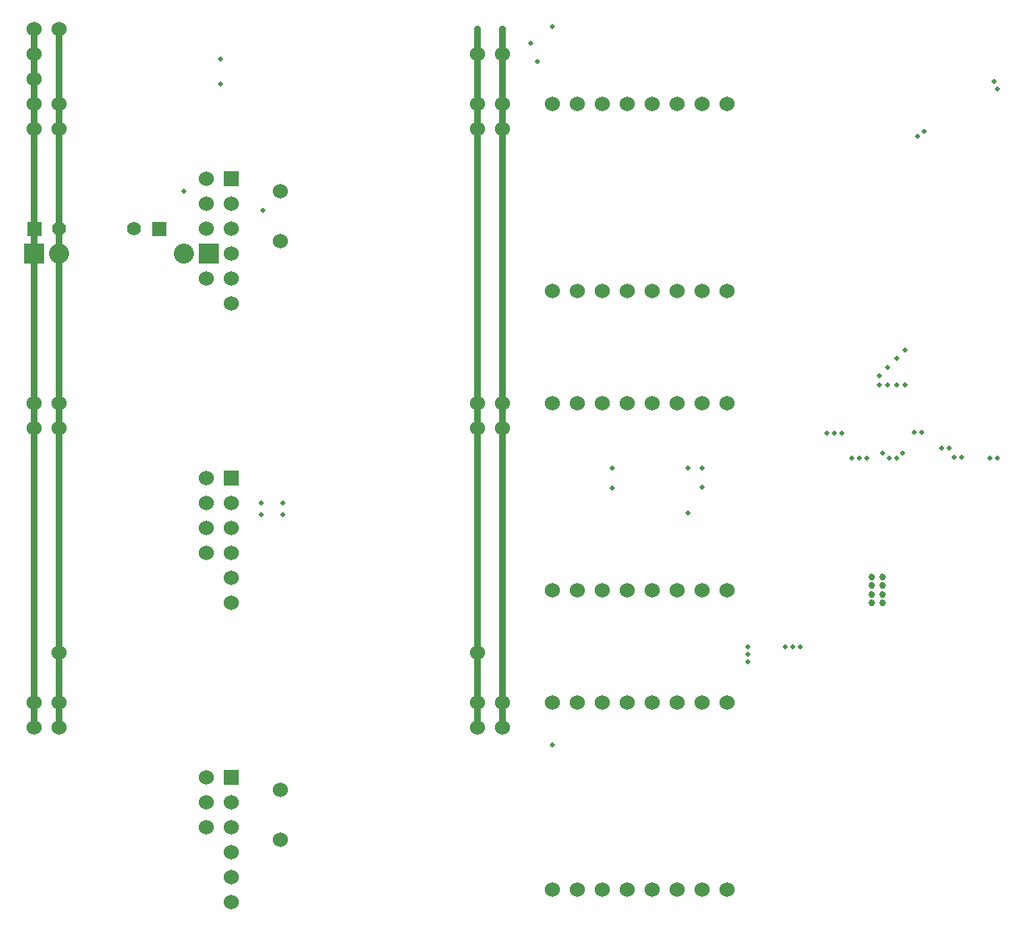
<source format=gbr>
G04 start of page 5 for group 3 idx 14 *
G04 Title: (unknown), exclude1 *
G04 Creator: pcb 4.2.0 *
G04 CreationDate: Mon Sep 28 02:31:23 2020 UTC *
G04 For: commonadmin *
G04 Format: Gerber/RS-274X *
G04 PCB-Dimensions (mil): 6000.00 7000.00 *
G04 PCB-Coordinate-Origin: lower left *
%MOIN*%
%FSLAX25Y25*%
%LNGROUP3*%
%ADD48C,0.0300*%
%ADD47C,0.0500*%
%ADD46C,0.0130*%
%ADD45C,0.0100*%
%ADD44C,0.0380*%
%ADD43C,0.0270*%
%ADD42C,0.0800*%
%ADD41C,0.0550*%
%ADD40C,0.0001*%
%ADD39C,0.0200*%
%ADD38C,0.0600*%
%ADD37C,0.0250*%
G54D37*X100000Y350000D02*Y100000D01*
X277500D02*Y380000D01*
X267500Y100000D02*Y380000D01*
X100000Y351000D02*Y380000D01*
X90000Y100000D02*Y380000D01*
G54D38*X367500Y155000D03*
X307500Y230000D03*
X317500D03*
X327500D03*
X337500D03*
X347500D03*
X357500D03*
X367500D03*
G54D39*X458499Y208500D03*
X438000Y210000D03*
X461500Y208500D03*
X473000Y208000D03*
X476000D03*
X453500Y212000D03*
X456500D03*
X442500Y218500D03*
X445500D03*
X430000Y210000D03*
X432500Y208000D03*
X435500D03*
X417500D03*
X420500D03*
X423500D03*
X407500Y218000D03*
X410500D03*
X413500D03*
G54D38*X327500Y155000D03*
X337500D03*
X347500D03*
X357500D03*
X297500D03*
X307500D03*
X317500D03*
X267500Y110000D03*
X277500D03*
X267500Y100000D03*
X277500D03*
X337500Y110000D03*
X327500D03*
X317500D03*
X307500D03*
X297500D03*
X367500D03*
X357500D03*
X347500D03*
X367500Y35000D03*
X357500D03*
X347500D03*
X337500D03*
X327500D03*
X317500D03*
X307500D03*
X297500D03*
X100000Y230000D03*
Y220000D03*
X90000D03*
Y230000D03*
Y110000D03*
Y100000D03*
X100000D03*
Y110000D03*
G54D40*G36*
X166000Y83000D02*Y77000D01*
X172000D01*
Y83000D01*
X166000D01*
G37*
G54D38*X169000Y70000D03*
Y60000D03*
Y50000D03*
Y40000D03*
Y30000D03*
X188500Y75000D03*
Y55000D03*
G54D40*G36*
X166000Y203000D02*Y197000D01*
X172000D01*
Y203000D01*
X166000D01*
G37*
G54D38*X169000Y190000D03*
Y180000D03*
Y170000D03*
Y160000D03*
Y150000D03*
G54D40*G36*
X166000Y323000D02*Y317000D01*
X172000D01*
Y323000D01*
X166000D01*
G37*
G54D38*X188500Y315000D03*
X169000Y310000D03*
Y300000D03*
X188500Y295000D03*
X169000Y290000D03*
G54D40*G36*
X156000Y294000D02*Y286000D01*
X164000D01*
Y294000D01*
X156000D01*
G37*
G54D38*X169000Y280000D03*
Y270000D03*
X90000Y350000D03*
Y340000D03*
X100000D03*
Y350000D03*
G54D40*G36*
X87250Y302750D02*Y297250D01*
X92750D01*
Y302750D01*
X87250D01*
G37*
G54D41*X130000Y300000D03*
G54D42*X100000Y290000D03*
G54D41*Y300000D03*
G54D40*G36*
X86000Y294000D02*Y286000D01*
X94000D01*
Y294000D01*
X86000D01*
G37*
G54D42*X150000Y290000D03*
G54D40*G36*
X137250Y302750D02*Y297250D01*
X142750D01*
Y302750D01*
X137250D01*
G37*
G54D38*X297500Y230000D03*
X277500D03*
Y220000D03*
X267500D03*
Y230000D03*
Y350000D03*
Y340000D03*
X277500D03*
Y350000D03*
X297500D03*
Y275000D03*
X367500D03*
Y350000D03*
X357500Y275000D03*
X347500D03*
X337500D03*
X327500D03*
X317500D03*
X307500D03*
X357500Y350000D03*
X347500D03*
X337500D03*
X327500D03*
X317500D03*
X307500D03*
X159000Y280000D03*
Y200000D03*
Y190000D03*
Y180000D03*
Y170000D03*
Y80000D03*
Y70000D03*
Y60000D03*
X100000Y130000D03*
X159000Y300000D03*
G54D39*X189500Y185500D03*
X181000D03*
X189500Y190000D03*
X181000D03*
G54D38*X159000Y320000D03*
Y310000D03*
G54D39*X164500Y368000D03*
Y358000D03*
G54D38*X277500Y370000D03*
G54D39*X291500Y367000D03*
X289000Y374500D03*
G54D38*X267500Y370000D03*
X100000Y380000D03*
X90000Y370000D03*
Y380000D03*
Y360000D03*
G54D39*X150000Y315000D03*
X181500Y307500D03*
X297500Y381000D03*
X321500Y196000D03*
X297500Y93000D03*
X321500Y204000D03*
X352000D03*
Y186000D03*
X357500Y204000D03*
Y196500D03*
G54D38*X267500Y130000D03*
G54D39*X444000Y337000D03*
X474500Y359000D03*
X446500Y339000D03*
X476000Y356000D03*
X376000Y132500D03*
X391000D03*
X394000D03*
X397000D03*
X376000Y126500D03*
Y129500D03*
G54D43*X425500Y153500D03*
Y150000D03*
X430000Y157000D03*
Y160500D03*
Y150000D03*
Y153500D03*
X425500Y157000D03*
Y160500D03*
G54D39*X439000Y237500D03*
X435500D03*
X432000D03*
X428500D03*
Y241000D03*
X432000Y244500D03*
X435500Y248000D03*
X439000Y251500D03*
G54D44*G54D45*G54D44*G54D45*G54D44*G54D45*G54D44*G54D45*G54D44*G54D45*G54D46*G54D45*G54D44*G54D45*G54D44*G54D47*G54D44*G54D48*G54D47*G54D48*G54D47*G54D48*G54D44*M02*

</source>
